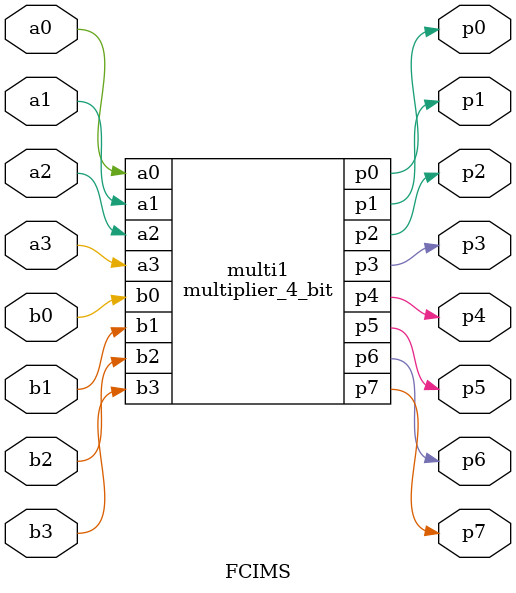
<source format=v>
module and_gate(a,b,c);
	input a,b;
	output c;
	and(c,a,b);
endmodule


module or_gate(a,b,c);
	input a,b;
	output c;
	or(c,a,b);
endmodule

module not_gate(a,y);
	input a;
	output y;
	not(y,a);
endmodule

module xor_gate(a,b,c);
	input a,b;
	output c;
	xor (c,a,b);
endmodule

module half_adder(a,b,s,c);
	input a,b;
	output s,c;
	
	xor_gate xor1(a,b,s);
	and_gate and1(a,b,c);
endmodule

module full_adder_1bit(a,b,cin,s,cout);
	input a,b,cin;
	wire w1,w2,w3;
	output s,cout;
	half_adder half1(a,b,w1,w2);//w1=sum ,w2=carry
	half_adder half2(cin,w1,s,w3);//s=sum and w3 takes towards OR gate
	or_gate or1(w2,w3,cout);
endmodule


module multiplier_4_bit(a0,a1,a2,a3,b0,b1,b2,b3,p0,p1,p2,p3,p4,p5,p6,p7);
	input a0,a1,a2,a3,b0,b1,b2,b3;
	output p0,p1,p2,p3,p4,p5,p6,p7;
	wire w1,w2,w3,w4,w5,w6,w7,w8,w9,w10,w11,w12,w13,w14,w15,w16,w17,w18,w19,w20,w21,cw1,cw2,cw3,cw4,cw5,cw6,cw7,cw8,cw9,cw10,cw11;
	//wire cw1,cw2,cw3,cw4,cw5,cw6,cw7
	
	//level1
	and_gate and1(b0,a0,p0);
	and_gate and2(b0,a1,w1);
	and_gate and3(b0,a2,w2);
	and_gate and4(b0,a3,w3);
	
	//level2
	and_gate and5(b1,a0,w4);
	and_gate and6(b1,a1,w5);
	and_gate and7(b1,a2,w6);
	and_gate and8(b1,a3,w7);
	half_adder half1(w1,w4,p1,cw1);
	full_adder_1bit full1(w2,w5,cw1,w8,cw2);
	full_adder_1bit full2(w3,w6,cw2,w9,cw3);
	half_adder half2(w7,cw3,w10,cw4);
	
	//level3
	and_gate and9(b2,a0,w11);
	and_gate and10(b2,a1,w12);
	and_gate and11(b2,a2,w13);
	and_gate and12(b2,a3,w14);
	half_adder half3(w8,w11,p2,cw5);
	full_adder_1bit full3(w9,w12,cw5,w15,cw6);
	full_adder_1bit full4(w10,w13,cw6,w16,cw7);
	full_adder_1bit full5(cw4,w14,cw7,w17,cw8);
	
	//level4
	and_gate and13(b3,a0,w18);
	and_gate and14(b3,a1,w19);
	and_gate and15(b3,a2,w20);
	and_gate and16(b3,a3,w21);
	half_adder half4(w15,w18,p3,cw9);
	full_adder_1bit full6(w16,w19,cw9,p4,cw10);
	full_adder_1bit full7(w17,w20,cw10,p5,cw11);
	full_adder_1bit full8(cw8,w21,cw11,p6,p7);
endmodule

module FCIMS(a0,a1,a2,a3,b0,b1,b2,b3,p0,p1,p2,p3,p4,p5,p6,p7);
	input a0,a1,a2,a3,b0,b1,b2,b3;
	output p0,p1,p2,p3,p4,p5,p6,p7;
	
	multiplier_4_bit multi1(a0,a1,a2,a3,b0,b1,b2,b3,p0,p1,p2,p3,p4,p5,p6,p7);
endmodule





</source>
